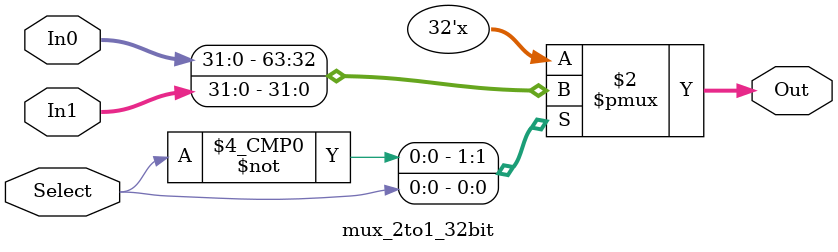
<source format=v>

/* Module *****************************************************************
*
* NAME : mux_2to1_32bit
* 
* DESCRIPTION : 32 Bit, 2 to 1 mux
*
*
* NOTES :
*
*
* REVISION HISTORY :
*	 Date	Programmer  	Description
*	 ----	----------  	-----------
*	1/17/95	Andy Stanaski	Created					
*	2/28/95	Toby Schaffer   Changed input names
*
*M*/

/*==== Context =========================================================*/

//`include "/afs/eos/info/ece691f_info/toplevel/defines_h.v"


/*==== Declarations =====================================================*/

module  mux_2to1_32bit 
		(In0,
		In1,
		Select,
		Out
		);

/*---- Inputs -----------------------------------------------------------*/

input 	[31:0]	In0,
				In1;
				
input			Select;


/*---- Outputs ----------------------------------------------------------*/

output 	[31:0]	Out;



/*---- Register ---------------------------------------------------------*/

reg 	[31:0] 	Out;



/*==== Operation ========================================================*/


always @ (In0 or In1 or Select)
	case (Select)
		0:Out = In0;
		1:Out = In1;
		default:Out = 32'bx;
	endcase
		


endmodule //---- mux_2to1_32bit ------------------------------------------------

</source>
